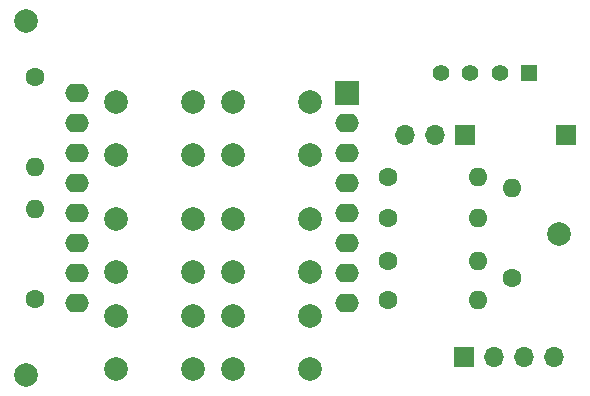
<source format=gbr>
%TF.GenerationSoftware,KiCad,Pcbnew,(6.0.5)*%
%TF.CreationDate,2022-06-30T14:49:24+05:30*%
%TF.ProjectId,D1 mini 4 button remote,4431206d-696e-4692-9034-20627574746f,rev?*%
%TF.SameCoordinates,Original*%
%TF.FileFunction,Soldermask,Bot*%
%TF.FilePolarity,Negative*%
%FSLAX46Y46*%
G04 Gerber Fmt 4.6, Leading zero omitted, Abs format (unit mm)*
G04 Created by KiCad (PCBNEW (6.0.5)) date 2022-06-30 14:49:24*
%MOMM*%
%LPD*%
G01*
G04 APERTURE LIST*
%ADD10O,1.600000X1.600000*%
%ADD11C,1.600000*%
%ADD12C,2.000000*%
%ADD13R,1.700000X1.700000*%
%ADD14O,1.700000X1.700000*%
%ADD15R,1.416000X1.416000*%
%ADD16C,1.416000*%
%ADD17R,2.000000X2.000000*%
%ADD18O,2.000000X1.600000*%
G04 APERTURE END LIST*
D10*
%TO.C,R7*%
X130606800Y-44399200D03*
D11*
X130606800Y-52019200D03*
%TD*%
D12*
%TO.C,SW6*%
X113484800Y-55219600D03*
X106984800Y-55219600D03*
X113484800Y-59719600D03*
X106984800Y-59719600D03*
%TD*%
%TO.C,SW5*%
X97080000Y-59690000D03*
X103580000Y-59690000D03*
X97080000Y-55190000D03*
X103580000Y-55190000D03*
%TD*%
D11*
%TO.C,R6*%
X120091200Y-53898800D03*
D10*
X127711200Y-53898800D03*
%TD*%
D13*
%TO.C,J3*%
X126578600Y-39878000D03*
D14*
X124038600Y-39878000D03*
X121498600Y-39878000D03*
%TD*%
D12*
%TO.C,SW3*%
X103580000Y-47026000D03*
X97080000Y-47026000D03*
X103580000Y-51526000D03*
X97080000Y-51526000D03*
%TD*%
D11*
%TO.C,R5*%
X120040400Y-50596800D03*
D10*
X127660400Y-50596800D03*
%TD*%
D12*
%TO.C,SW1*%
X103580000Y-37120000D03*
X97080000Y-37120000D03*
X97080000Y-41620000D03*
X103580000Y-41620000D03*
%TD*%
D13*
%TO.C,J2*%
X135128000Y-39878000D03*
%TD*%
D12*
%TO.C,SW2*%
X113486000Y-37120000D03*
X106986000Y-37120000D03*
X106986000Y-41620000D03*
X113486000Y-41620000D03*
%TD*%
%TO.C,REF\u002A\u002A*%
X89408000Y-60198000D03*
%TD*%
D11*
%TO.C,R4*%
X120040400Y-46939200D03*
D10*
X127660400Y-46939200D03*
%TD*%
D11*
%TO.C,R1*%
X120040400Y-43484800D03*
D10*
X127660400Y-43484800D03*
%TD*%
D12*
%TO.C,REF\u002A\u002A*%
X89408000Y-30226000D03*
%TD*%
D13*
%TO.C,J1*%
X126502000Y-58674000D03*
D14*
X129042000Y-58674000D03*
X131582000Y-58674000D03*
X134122000Y-58674000D03*
%TD*%
D15*
%TO.C,IC1*%
X132020000Y-34616000D03*
D16*
X129520000Y-34616000D03*
X127020000Y-34616000D03*
X124520000Y-34616000D03*
%TD*%
D11*
%TO.C,R3*%
X90170000Y-53746400D03*
D10*
X90170000Y-46126400D03*
%TD*%
D11*
%TO.C,R2*%
X90220800Y-34950400D03*
D10*
X90220800Y-42570400D03*
%TD*%
D12*
%TO.C,REF\u002A\u002A*%
X134558000Y-48260000D03*
%TD*%
%TO.C,SW4*%
X106986000Y-47026000D03*
X113486000Y-47026000D03*
X106986000Y-51526000D03*
X113486000Y-51526000D03*
%TD*%
D17*
%TO.C,U1*%
X116586000Y-36322000D03*
D18*
X116586000Y-38862000D03*
X116586000Y-41402000D03*
X116586000Y-43942000D03*
X116586000Y-46482000D03*
X116586000Y-49022000D03*
X116586000Y-51562000D03*
X116586000Y-54102000D03*
X93726000Y-54102000D03*
X93726000Y-51562000D03*
X93726000Y-49022000D03*
X93726000Y-46482000D03*
X93726000Y-43942000D03*
X93726000Y-41402000D03*
X93726000Y-38862000D03*
X93726000Y-36322000D03*
%TD*%
M02*

</source>
